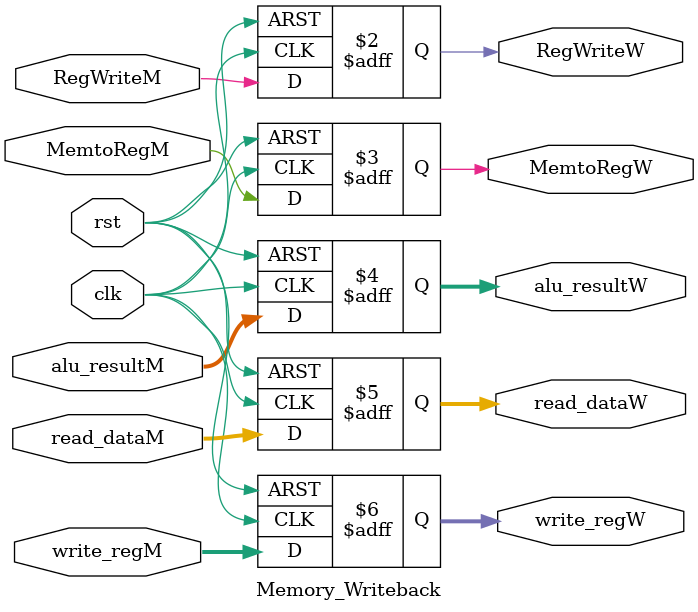
<source format=v>
module Memory_Writeback (clk , rst , RegWriteM , MemtoRegM , alu_resultM , read_dataM , write_regM,
    RegWriteW , MemtoRegW , alu_resultW , read_dataW , write_regW);

    parameter DATA_WIDTH = 32;
    input clk , rst , RegWriteM , MemtoRegM;
    input [DATA_WIDTH-1:0] alu_resultM , read_dataM;
    input [4:0] write_regM;
    output reg RegWriteW , MemtoRegW;
    output reg [DATA_WIDTH-1:0] alu_resultW , read_dataW;
    output reg [4:0] write_regW;
    
    always @(posedge clk or posedge rst) begin
        if (rst) begin
            RegWriteW <= 0;
            MemtoRegW <= 0;
            alu_resultW <= 0;
            read_dataW <= 0;
            write_regW <= 0;
        end
        else begin
            RegWriteW <= RegWriteM;
            MemtoRegW <= MemtoRegM;
            alu_resultW <= alu_resultM;
            read_dataW <= read_dataM;
            write_regW <= write_regM;
        end
    end
endmodule
</source>
